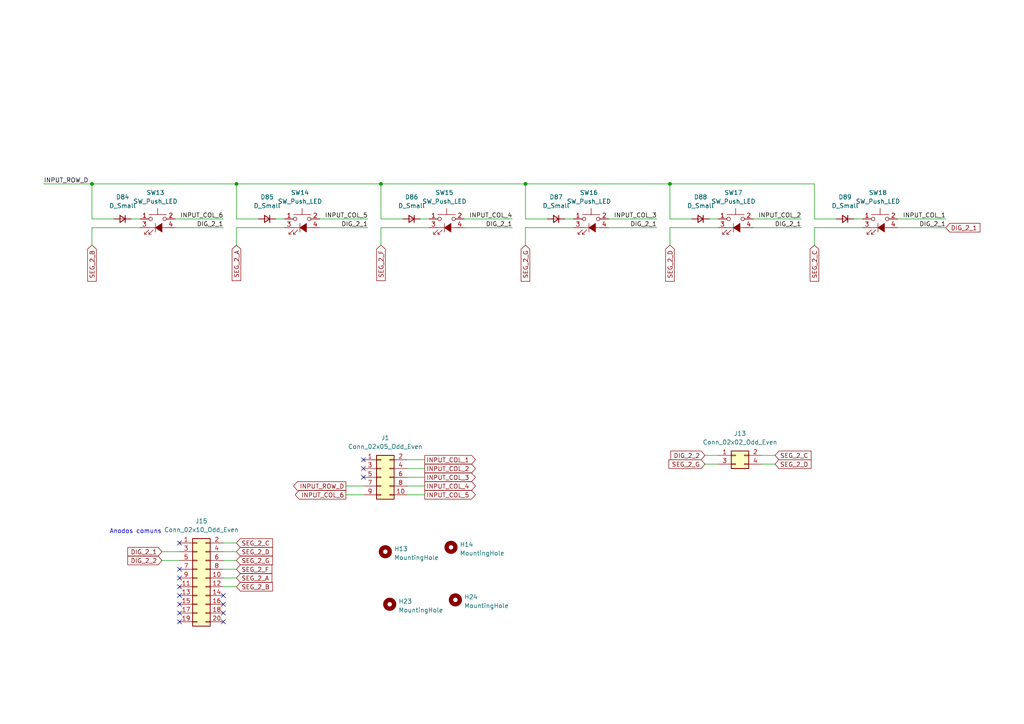
<source format=kicad_sch>
(kicad_sch (version 20211123) (generator eeschema)
  (paper "A4")
  (lib_symbols
    (symbol "Connector_Generic:Conn_02x02_Odd_Even" (pin_names (offset 1.016) hide)
      (property "Reference" "J" (at 1.27 2.54 0))
      (property "Value" "Conn_02x02_Odd_Even" (at 1.27 -5.08 0))
      (symbol "Conn_02x02_Odd_Even_1_1"
        (rectangle (start -1.27 -2.413) (end 0 -2.667) (stroke (width 0.1524)))
        (rectangle (start -1.27 0.127) (end 0 -0.127) (stroke (width 0.1524)))
        (rectangle (start -1.27 1.27) (end 3.81 -3.81) (stroke (width 0.254)) (fill (type background)))
        (rectangle (start 3.81 -2.413) (end 2.54 -2.667) (stroke (width 0.1524)))
        (rectangle (start 3.81 0.127) (end 2.54 -0.127) (stroke (width 0.1524)))
        (pin passive line (at -5.08 0 0) (length 3.81) (name "Pin_1") (number "1"))
        (pin passive line (at 7.62 0 180) (length 3.81) (name "Pin_2") (number "2"))
        (pin passive line (at -5.08 -2.54 0) (length 3.81) (name "Pin_3") (number "3"))
        (pin passive line (at 7.62 -2.54 180) (length 3.81) (name "Pin_4") (number "4"))
      )
    )
    (symbol "Connector_Generic:Conn_02x05_Odd_Even" (pin_names (offset 1.016) hide)
      (property "Reference" "J" (at 1.27 7.62 0))
      (property "Value" "Conn_02x05_Odd_Even" (at 1.27 -7.62 0))
      (symbol "Conn_02x05_Odd_Even_1_1"
        (rectangle (start -1.27 -4.953) (end 0 -5.207) (stroke (width 0.1524)))
        (rectangle (start -1.27 -2.413) (end 0 -2.667) (stroke (width 0.1524)))
        (rectangle (start -1.27 0.127) (end 0 -0.127) (stroke (width 0.1524)))
        (rectangle (start -1.27 2.667) (end 0 2.413) (stroke (width 0.1524)))
        (rectangle (start -1.27 5.207) (end 0 4.953) (stroke (width 0.1524)))
        (rectangle (start -1.27 6.35) (end 3.81 -6.35) (stroke (width 0.254)) (fill (type background)))
        (rectangle (start 3.81 -4.953) (end 2.54 -5.207) (stroke (width 0.1524)))
        (rectangle (start 3.81 -2.413) (end 2.54 -2.667) (stroke (width 0.1524)))
        (rectangle (start 3.81 0.127) (end 2.54 -0.127) (stroke (width 0.1524)))
        (rectangle (start 3.81 2.667) (end 2.54 2.413) (stroke (width 0.1524)))
        (rectangle (start 3.81 5.207) (end 2.54 4.953) (stroke (width 0.1524)))
        (pin passive line (at -5.08 5.08 0) (length 3.81) (name "Pin_1") (number "1"))
        (pin passive line (at 7.62 -5.08 180) (length 3.81) (name "Pin_10") (number "10"))
        (pin passive line (at 7.62 5.08 180) (length 3.81) (name "Pin_2") (number "2"))
        (pin passive line (at -5.08 2.54 0) (length 3.81) (name "Pin_3") (number "3"))
        (pin passive line (at 7.62 2.54 180) (length 3.81) (name "Pin_4") (number "4"))
        (pin passive line (at -5.08 0 0) (length 3.81) (name "Pin_5") (number "5"))
        (pin passive line (at 7.62 0 180) (length 3.81) (name "Pin_6") (number "6"))
        (pin passive line (at -5.08 -2.54 0) (length 3.81) (name "Pin_7") (number "7"))
        (pin passive line (at 7.62 -2.54 180) (length 3.81) (name "Pin_8") (number "8"))
        (pin passive line (at -5.08 -5.08 0) (length 3.81) (name "Pin_9") (number "9"))
      )
    )
    (symbol "Connector_Generic:Conn_02x10_Odd_Even" (pin_names (offset 1.016) hide)
      (property "Reference" "J" (at 1.27 12.7 0))
      (property "Value" "Conn_02x10_Odd_Even" (at 1.27 -15.24 0))
      (symbol "Conn_02x10_Odd_Even_1_1"
        (rectangle (start -1.27 -12.573) (end 0 -12.827) (stroke (width 0.1524)))
        (rectangle (start -1.27 -10.033) (end 0 -10.287) (stroke (width 0.1524)))
        (rectangle (start -1.27 -7.493) (end 0 -7.747) (stroke (width 0.1524)))
        (rectangle (start -1.27 -4.953) (end 0 -5.207) (stroke (width 0.1524)))
        (rectangle (start -1.27 -2.413) (end 0 -2.667) (stroke (width 0.1524)))
        (rectangle (start -1.27 0.127) (end 0 -0.127) (stroke (width 0.1524)))
        (rectangle (start -1.27 2.667) (end 0 2.413) (stroke (width 0.1524)))
        (rectangle (start -1.27 5.207) (end 0 4.953) (stroke (width 0.1524)))
        (rectangle (start -1.27 7.747) (end 0 7.493) (stroke (width 0.1524)))
        (rectangle (start -1.27 10.287) (end 0 10.033) (stroke (width 0.1524)))
        (rectangle (start -1.27 11.43) (end 3.81 -13.97) (stroke (width 0.254)) (fill (type background)))
        (rectangle (start 3.81 -12.573) (end 2.54 -12.827) (stroke (width 0.1524)))
        (rectangle (start 3.81 -10.033) (end 2.54 -10.287) (stroke (width 0.1524)))
        (rectangle (start 3.81 -7.493) (end 2.54 -7.747) (stroke (width 0.1524)))
        (rectangle (start 3.81 -4.953) (end 2.54 -5.207) (stroke (width 0.1524)))
        (rectangle (start 3.81 -2.413) (end 2.54 -2.667) (stroke (width 0.1524)))
        (rectangle (start 3.81 0.127) (end 2.54 -0.127) (stroke (width 0.1524)))
        (rectangle (start 3.81 2.667) (end 2.54 2.413) (stroke (width 0.1524)))
        (rectangle (start 3.81 5.207) (end 2.54 4.953) (stroke (width 0.1524)))
        (rectangle (start 3.81 7.747) (end 2.54 7.493) (stroke (width 0.1524)))
        (rectangle (start 3.81 10.287) (end 2.54 10.033) (stroke (width 0.1524)))
        (pin passive line (at -5.08 10.16 0) (length 3.81) (name "Pin_1") (number "1"))
        (pin passive line (at 7.62 0 180) (length 3.81) (name "Pin_10") (number "10"))
        (pin passive line (at -5.08 -2.54 0) (length 3.81) (name "Pin_11") (number "11"))
        (pin passive line (at 7.62 -2.54 180) (length 3.81) (name "Pin_12") (number "12"))
        (pin passive line (at -5.08 -5.08 0) (length 3.81) (name "Pin_13") (number "13"))
        (pin passive line (at 7.62 -5.08 180) (length 3.81) (name "Pin_14") (number "14"))
        (pin passive line (at -5.08 -7.62 0) (length 3.81) (name "Pin_15") (number "15"))
        (pin passive line (at 7.62 -7.62 180) (length 3.81) (name "Pin_16") (number "16"))
        (pin passive line (at -5.08 -10.16 0) (length 3.81) (name "Pin_17") (number "17"))
        (pin passive line (at 7.62 -10.16 180) (length 3.81) (name "Pin_18") (number "18"))
        (pin passive line (at -5.08 -12.7 0) (length 3.81) (name "Pin_19") (number "19"))
        (pin passive line (at 7.62 10.16 180) (length 3.81) (name "Pin_2") (number "2"))
        (pin passive line (at 7.62 -12.7 180) (length 3.81) (name "Pin_20") (number "20"))
        (pin passive line (at -5.08 7.62 0) (length 3.81) (name "Pin_3") (number "3"))
        (pin passive line (at 7.62 7.62 180) (length 3.81) (name "Pin_4") (number "4"))
        (pin passive line (at -5.08 5.08 0) (length 3.81) (name "Pin_5") (number "5"))
        (pin passive line (at 7.62 5.08 180) (length 3.81) (name "Pin_6") (number "6"))
        (pin passive line (at -5.08 2.54 0) (length 3.81) (name "Pin_7") (number "7"))
        (pin passive line (at 7.62 2.54 180) (length 3.81) (name "Pin_8") (number "8"))
        (pin passive line (at -5.08 0 0) (length 3.81) (name "Pin_9") (number "9"))
      )
    )
    (symbol "Device:D_Small" (pin_numbers hide) (pin_names (offset 0.254) hide)
      (property "Reference" "D" (at -1.27 2.032 0))
      (property "Value" "D_Small" (at -3.81 -2.032 0))
      (symbol "D_Small_0_1"
        (polyline (pts (xy -0.762 -1.016) (xy -0.762 1.016)) (stroke (width 0.254)))
        (polyline (pts (xy -0.762 0) (xy 0.762 0)))
        (polyline (pts (xy 0.762 -1.016) (xy -0.762 0) (xy 0.762 1.016) (xy 0.762 -1.016)) (stroke (width 0.254)))
      )
      (symbol "D_Small_1_1"
        (pin passive line (at -2.54 0 0) (length 1.778) (name "K") (number "1"))
        (pin passive line (at 2.54 0 180) (length 1.778) (name "A") (number "2"))
      )
    )
    (symbol "Mechanical:MountingHole" (pin_names (offset 1.016))
      (property "Reference" "H" (at 0 5.08 0))
      (property "Value" "MountingHole" (at 0 3.175 0))
      (symbol "MountingHole_0_1"
        (circle (center 0 0) (radius 1.27) (stroke (width 1.27)))
      )
    )
    (symbol "Switch:SW_Push_LED" (pin_names (offset 1.016) hide)
      (property "Reference" "SW" (at 0.635 5.715 0))
      (property "Value" "SW_Push_LED" (at 0 -3.175 0))
      (symbol "SW_Push_LED_0_0"
        (polyline (pts (xy -3.81 -1.905) (xy -2.54 -0.635)))
        (polyline (pts (xy -2.54 -1.905) (xy -1.27 -0.635)))
        (polyline (pts (xy -2.54 0) (xy 2.54 0)))
        (polyline (pts (xy -0.635 1.27) (xy -0.635 -1.27)))
        (polyline (pts (xy -3.81 -1.27) (xy -3.81 -1.905) (xy -3.175 -1.905)))
        (polyline (pts (xy -2.54 -1.27) (xy -2.54 -1.905) (xy -1.905 -1.905)))
        (polyline (pts (xy -0.635 0) (xy 1.27 1.27) (xy 1.27 -1.27) (xy -0.635 0)) (fill (type outline)))
      )
      (symbol "SW_Push_LED_0_1"
        (circle (center -2.032 2.54) (radius 0.508))
        (polyline (pts (xy 0 3.81) (xy 0 5.588)))
        (polyline (pts (xy 2.54 3.81) (xy -2.54 3.81)))
        (circle (center 2.032 2.54) (radius 0.508))
        (pin passive line (at -5.08 2.54 0) (length 2.54) (name "1") (number "1"))
        (pin passive line (at 5.08 2.54 180) (length 2.54) (name "2") (number "2"))
        (pin passive line (at -5.08 0 0) (length 2.54) (name "K") (number "3"))
        (pin passive line (at 5.08 0 180) (length 2.54) (name "A") (number "4"))
      )
    )
  )
  (junction (at 68.58 53.34))
  (junction (at 194.31 53.34))
  (junction (at 26.67 53.34))
  (junction (at 110.49 53.34))
  (junction (at 152.4 53.34))
  (no_connect (at 105.41 133.35))
  (no_connect (at 105.41 135.89))
  (no_connect (at 105.41 138.43))
  (no_connect (at 52.07 157.48))
  (no_connect (at 52.07 177.8))
  (no_connect (at 52.07 180.34))
  (no_connect (at 64.77 177.8))
  (no_connect (at 64.77 180.34))
  (no_connect (at 52.07 165.1))
  (no_connect (at 52.07 167.64))
  (no_connect (at 52.07 172.72))
  (no_connect (at 52.07 175.26))
  (no_connect (at 52.07 170.18))
  (no_connect (at 64.77 175.26))
  (no_connect (at 64.77 172.72))
  (wire (pts (xy 68.58 53.34) (xy 110.49 53.34)))
  (wire (pts (xy 68.58 66.04) (xy 82.55 66.04)))
  (wire (pts (xy 194.31 66.04) (xy 194.31 71.12)))
  (wire (pts (xy 110.49 53.34) (xy 152.4 53.34)))
  (wire (pts (xy 92.71 63.5) (xy 106.68 63.5)))
  (wire (pts (xy 176.53 66.04) (xy 190.5 66.04)))
  (wire (pts (xy 236.22 63.5) (xy 236.22 53.34)))
  (wire (pts (xy 152.4 53.34) (xy 194.31 53.34)))
  (wire (pts (xy 110.49 66.04) (xy 110.49 71.12)))
  (wire (pts (xy 242.57 63.5) (xy 236.22 63.5)))
  (wire (pts (xy 26.67 53.34) (xy 68.58 53.34)))
  (wire (pts (xy 74.93 63.5) (xy 68.58 63.5)))
  (wire (pts (xy 46.99 160.02) (xy 52.07 160.02)))
  (wire (pts (xy 176.53 63.5) (xy 190.5 63.5)))
  (wire (pts (xy 118.11 135.89) (xy 123.19 135.89)))
  (wire (pts (xy 26.67 66.04) (xy 40.64 66.04)))
  (wire (pts (xy 205.74 63.5) (xy 208.28 63.5)))
  (wire (pts (xy 52.07 162.56) (xy 46.99 162.56)))
  (wire (pts (xy 118.11 138.43) (xy 123.19 138.43)))
  (wire (pts (xy 158.75 63.5) (xy 152.4 63.5)))
  (wire (pts (xy 118.11 140.97) (xy 123.19 140.97)))
  (wire (pts (xy 64.77 162.56) (xy 68.58 162.56)))
  (wire (pts (xy 204.47 134.62) (xy 208.28 134.62)))
  (wire (pts (xy 116.84 63.5) (xy 110.49 63.5)))
  (wire (pts (xy 68.58 66.04) (xy 68.58 71.12)))
  (wire (pts (xy 220.98 134.62) (xy 224.79 134.62)))
  (wire (pts (xy 134.62 63.5) (xy 148.59 63.5)))
  (wire (pts (xy 204.47 132.08) (xy 208.28 132.08)))
  (wire (pts (xy 152.4 63.5) (xy 152.4 53.34)))
  (wire (pts (xy 260.35 63.5) (xy 274.32 63.5)))
  (wire (pts (xy 118.11 143.51) (xy 123.19 143.51)))
  (wire (pts (xy 100.33 140.97) (xy 105.41 140.97)))
  (wire (pts (xy 68.58 167.64) (xy 64.77 167.64)))
  (wire (pts (xy 38.1 63.5) (xy 40.64 63.5)))
  (wire (pts (xy 50.8 66.04) (xy 64.77 66.04)))
  (wire (pts (xy 220.98 132.08) (xy 224.79 132.08)))
  (wire (pts (xy 236.22 66.04) (xy 236.22 71.12)))
  (wire (pts (xy 26.67 63.5) (xy 26.67 53.34)))
  (wire (pts (xy 218.44 66.04) (xy 232.41 66.04)))
  (wire (pts (xy 194.31 66.04) (xy 208.28 66.04)))
  (wire (pts (xy 118.11 133.35) (xy 123.19 133.35)))
  (wire (pts (xy 33.02 63.5) (xy 26.67 63.5)))
  (wire (pts (xy 12.7 53.34) (xy 26.67 53.34)))
  (wire (pts (xy 247.65 63.5) (xy 250.19 63.5)))
  (wire (pts (xy 110.49 63.5) (xy 110.49 53.34)))
  (wire (pts (xy 68.58 160.02) (xy 64.77 160.02)))
  (wire (pts (xy 200.66 63.5) (xy 194.31 63.5)))
  (wire (pts (xy 134.62 66.04) (xy 148.59 66.04)))
  (wire (pts (xy 194.31 63.5) (xy 194.31 53.34)))
  (wire (pts (xy 68.58 63.5) (xy 68.58 53.34)))
  (wire (pts (xy 218.44 63.5) (xy 232.41 63.5)))
  (wire (pts (xy 64.77 170.18) (xy 68.58 170.18)))
  (wire (pts (xy 80.01 63.5) (xy 82.55 63.5)))
  (wire (pts (xy 152.4 66.04) (xy 166.37 66.04)))
  (wire (pts (xy 163.83 63.5) (xy 166.37 63.5)))
  (wire (pts (xy 64.77 157.48) (xy 68.58 157.48)))
  (wire (pts (xy 105.41 143.51) (xy 100.33 143.51)))
  (wire (pts (xy 26.67 66.04) (xy 26.67 71.12)))
  (wire (pts (xy 110.49 66.04) (xy 124.46 66.04)))
  (wire (pts (xy 64.77 165.1) (xy 68.58 165.1)))
  (wire (pts (xy 194.31 53.34) (xy 236.22 53.34)))
  (wire (pts (xy 236.22 66.04) (xy 250.19 66.04)))
  (wire (pts (xy 260.35 66.04) (xy 274.32 66.04)))
  (wire (pts (xy 50.8 63.5) (xy 64.77 63.5)))
  (wire (pts (xy 152.4 66.04) (xy 152.4 71.12)))
  (wire (pts (xy 92.71 66.04) (xy 106.68 66.04)))
  (wire (pts (xy 121.92 63.5) (xy 124.46 63.5)))
  (text "Anodos comuns" (at 31.75 154.94 0) (effects (font (size 1.27 1.27)) (justify left bottom)))
  (label "INPUT_COL_1" (at 274.32 63.5 180))
  (label "DIG_2_1" (at 274.32 66.04 180))
  (label "INPUT_COL_4" (at 148.59 63.5 180))
  (label "INPUT_COL_5" (at 106.68 63.5 180))
  (label "INPUT_COL_2" (at 232.41 63.5 180))
  (label "DIG_2_1" (at 64.77 66.04 180))
  (label "INPUT_ROW_D" (at 12.7 53.34 0))
  (label "INPUT_COL_6" (at 64.77 63.5 180))
  (label "DIG_2_1" (at 190.5 66.04 180))
  (label "DIG_2_1" (at 232.41 66.04 180))
  (label "INPUT_COL_3" (at 190.5 63.5 180))
  (label "DIG_2_1" (at 106.68 66.04 180))
  (label "DIG_2_1" (at 148.59 66.04 180))
  (global_label "SEG_2_G" (shape input) (at 204.47 134.62 180) (property "Intersheet References" "${INTERSHEET_REFS}" (effects hide)))
  (global_label "SEG_2_G" (shape input) (at 152.4 71.12 270) (property "Intersheet References" "${INTERSHEET_REFS}" (effects hide)))
  (global_label "INPUT_COL_4" (shape output) (at 123.19 140.97 0) (property "Intersheet References" "${INTERSHEET_REFS}" (effects hide)))
  (global_label "INPUT_COL_1" (shape output) (at 123.19 133.35 0) (property "Intersheet References" "${INTERSHEET_REFS}" (effects hide)))
  (global_label "SEG_2_C" (shape input) (at 236.22 71.12 270) (property "Intersheet References" "${INTERSHEET_REFS}" (effects hide)))
  (global_label "SEG_2_D" (shape input) (at 224.79 134.62 0) (property "Intersheet References" "${INTERSHEET_REFS}" (effects hide)))
  (global_label "SEG_2_B" (shape input) (at 68.58 170.18 0) (property "Intersheet References" "${INTERSHEET_REFS}" (effects hide)))
  (global_label "SEG_2_B" (shape input) (at 26.67 71.12 270) (property "Intersheet References" "${INTERSHEET_REFS}" (effects hide)))
  (global_label "INPUT_COL_6" (shape output) (at 100.33 143.51 180) (property "Intersheet References" "${INTERSHEET_REFS}" (effects hide)))
  (global_label "SEG_2_F" (shape input) (at 110.49 71.12 270) (property "Intersheet References" "${INTERSHEET_REFS}" (effects hide)))
  (global_label "INPUT_COL_5" (shape output) (at 123.19 143.51 0) (property "Intersheet References" "${INTERSHEET_REFS}" (effects hide)))
  (global_label "DIG_2_2" (shape input) (at 46.99 162.56 180) (property "Intersheet References" "${INTERSHEET_REFS}" (effects hide)))
  (global_label "SEG_2_C" (shape input) (at 68.58 157.48 0) (property "Intersheet References" "${INTERSHEET_REFS}" (effects hide)))
  (global_label "SEG_2_A" (shape input) (at 68.58 71.12 270) (property "Intersheet References" "${INTERSHEET_REFS}" (effects hide)))
  (global_label "DIG_2_1" (shape input) (at 46.99 160.02 180) (property "Intersheet References" "${INTERSHEET_REFS}" (effects hide)))
  (global_label "DIG_2_2" (shape input) (at 204.47 132.08 180) (property "Intersheet References" "${INTERSHEET_REFS}" (effects hide)))
  (global_label "DIG_2_1" (shape input) (at 274.32 66.04 0) (property "Intersheet References" "${INTERSHEET_REFS}" (effects hide)))
  (global_label "INPUT_ROW_D" (shape output) (at 100.33 140.97 180) (property "Intersheet References" "${INTERSHEET_REFS}" (effects hide)))
  (global_label "SEG_2_D" (shape input) (at 68.58 160.02 0) (property "Intersheet References" "${INTERSHEET_REFS}" (effects hide)))
  (global_label "INPUT_COL_3" (shape output) (at 123.19 138.43 0) (property "Intersheet References" "${INTERSHEET_REFS}" (effects hide)))
  (global_label "SEG_2_G" (shape input) (at 68.58 162.56 0) (property "Intersheet References" "${INTERSHEET_REFS}" (effects hide)))
  (global_label "SEG_2_F" (shape input) (at 68.58 165.1 0) (property "Intersheet References" "${INTERSHEET_REFS}" (effects hide)))
  (global_label "SEG_2_A" (shape input) (at 68.58 167.64 0) (property "Intersheet References" "${INTERSHEET_REFS}" (effects hide)))
  (global_label "SEG_2_C" (shape input) (at 224.79 132.08 0) (property "Intersheet References" "${INTERSHEET_REFS}" (effects hide)))
  (global_label "INPUT_COL_2" (shape output) (at 123.19 135.89 0) (property "Intersheet References" "${INTERSHEET_REFS}" (effects hide)))
  (global_label "SEG_2_D" (shape input) (at 194.31 71.12 270) (property "Intersheet References" "${INTERSHEET_REFS}" (effects hide)))
  (symbol (lib_id "Switch:SW_Push_LED") (at 171.45 66.04 0) (unit 1)
    (property "Reference" "SW16" (at 170.815 55.88 0))
    (property "Value" "SW_Push_LED" (at 170.815 58.42 0))
    (property "Footprint" "Fiozera:R16-503" (effects hide))
  )
  (symbol (lib_id "Switch:SW_Push_LED") (at 255.27 66.04 0) (unit 1)
    (property "Reference" "SW18" (at 254.635 55.88 0))
    (property "Value" "SW_Push_LED" (at 254.635 58.42 0))
    (property "Footprint" "Fiozera:R16-503" (effects hide))
  )
  (symbol (lib_id "Mechanical:MountingHole") (at 132.08 173.99 0) (unit 1)
    (property "Reference" "H24" (at 134.62 173.1553 0) (effects (justify left)))
    (property "Value" "MountingHole" (at 134.62 175.6922 0) (effects (justify left)))
    (property "Footprint" "MountingHole:MountingHole_3.2mm_M3" (effects hide))
  )
  (symbol (lib_id "Connector_Generic:Conn_02x10_Odd_Even") (at 57.15 167.64 0) (unit 1)
    (property "Reference" "J15" (at 58.42 151.13 0))
    (property "Value" "Conn_02x10_Odd_Even" (at 58.42 153.67 0))
    (property "Footprint" "Connector_PinHeader_2.54mm:PinHeader_2x10_P2.54mm_Vertical" (effects hide))
  )
  (symbol (lib_id "Mechanical:MountingHole") (at 113.03 175.26 0) (unit 1)
    (property "Reference" "H23" (at 115.57 174.4253 0) (effects (justify left)))
    (property "Value" "MountingHole" (at 115.57 176.9622 0) (effects (justify left)))
    (property "Footprint" "MountingHole:MountingHole_3.2mm_M3" (effects hide))
  )
  (symbol (lib_id "Device:D_Small") (at 245.11 63.5 180) (unit 1)
    (property "Reference" "D89" (at 245.11 57.15 0))
    (property "Value" "D_Small" (at 245.11 59.69 0))
    (property "Footprint" "Diode_THT:D_DO-35_SOD27_P7.62mm_Horizontal" (effects hide))
  )
  (symbol (lib_id "Device:D_Small") (at 203.2 63.5 180) (unit 1)
    (property "Reference" "D88" (at 203.2 57.15 0))
    (property "Value" "D_Small" (at 203.2 59.69 0))
    (property "Footprint" "Diode_THT:D_DO-35_SOD27_P7.62mm_Horizontal" (effects hide))
  )
  (symbol (lib_id "Mechanical:MountingHole") (at 130.81 158.75 0) (unit 1)
    (property "Reference" "H14" (at 133.35 157.9153 0) (effects (justify left)))
    (property "Value" "MountingHole" (at 133.35 160.4522 0) (effects (justify left)))
    (property "Footprint" "MountingHole:MountingHole_3.2mm_M3" (effects hide))
  )
  (symbol (lib_id "Device:D_Small") (at 35.56 63.5 180) (unit 1)
    (property "Reference" "D84" (at 35.56 57.15 0))
    (property "Value" "D_Small" (at 35.56 59.69 0))
    (property "Footprint" "Diode_THT:D_DO-35_SOD27_P7.62mm_Horizontal" (effects hide))
  )
  (symbol (lib_id "Switch:SW_Push_LED") (at 213.36 66.04 0) (unit 1)
    (property "Reference" "SW17" (at 212.725 55.88 0))
    (property "Value" "SW_Push_LED" (at 212.725 58.42 0))
    (property "Footprint" "Fiozera:R16-503" (effects hide))
  )
  (symbol (lib_id "Mechanical:MountingHole") (at 111.76 160.02 0) (unit 1)
    (property "Reference" "H13" (at 114.3 159.1853 0) (effects (justify left)))
    (property "Value" "MountingHole" (at 114.3 161.7222 0) (effects (justify left)))
    (property "Footprint" "MountingHole:MountingHole_3.2mm_M3" (effects hide))
  )
  (symbol (lib_id "Switch:SW_Push_LED") (at 129.54 66.04 0) (unit 1)
    (property "Reference" "SW15" (at 128.905 55.88 0))
    (property "Value" "SW_Push_LED" (at 128.905 58.42 0))
    (property "Footprint" "Fiozera:R16-503" (effects hide))
  )
  (symbol (lib_id "Device:D_Small") (at 161.29 63.5 180) (unit 1)
    (property "Reference" "D87" (at 161.29 57.15 0))
    (property "Value" "D_Small" (at 161.29 59.69 0))
    (property "Footprint" "Diode_THT:D_DO-35_SOD27_P7.62mm_Horizontal" (effects hide))
  )
  (symbol (lib_id "Device:D_Small") (at 119.38 63.5 180) (unit 1)
    (property "Reference" "D86" (at 119.38 57.15 0))
    (property "Value" "D_Small" (at 119.38 59.69 0))
    (property "Footprint" "Diode_THT:D_DO-35_SOD27_P7.62mm_Horizontal" (effects hide))
  )
  (symbol (lib_id "Connector_Generic:Conn_02x05_Odd_Even") (at 110.49 138.43 0) (unit 1)
    (property "Reference" "J1" (at 111.76 127 0))
    (property "Value" "Conn_02x05_Odd_Even" (at 111.76 129.54 0))
    (property "Footprint" "Connector_PinHeader_2.54mm:PinHeader_2x05_P2.54mm_Vertical" (effects hide))
  )
  (symbol (lib_id "Device:D_Small") (at 77.47 63.5 180) (unit 1)
    (property "Reference" "D85" (at 77.47 57.15 0))
    (property "Value" "D_Small" (at 77.47 59.69 0))
    (property "Footprint" "Diode_THT:D_DO-35_SOD27_P7.62mm_Horizontal" (effects hide))
  )
  (symbol (lib_id "Switch:SW_Push_LED") (at 45.72 66.04 0) (unit 1)
    (property "Reference" "SW13" (at 45.085 55.88 0))
    (property "Value" "SW_Push_LED" (at 45.085 58.42 0))
    (property "Footprint" "Fiozera:R16-503" (effects hide))
  )
  (symbol (lib_id "Connector_Generic:Conn_02x02_Odd_Even") (at 213.36 132.08 0) (unit 1)
    (property "Reference" "J13" (at 214.63 125.73 0))
    (property "Value" "Conn_02x02_Odd_Even" (at 214.63 128.27 0))
    (property "Footprint" "Connector_PinHeader_2.54mm:PinHeader_2x02_P2.54mm_Vertical" (effects hide))
  )
  (symbol (lib_id "Switch:SW_Push_LED") (at 87.63 66.04 0) (unit 1)
    (property "Reference" "SW14" (at 86.995 55.88 0))
    (property "Value" "SW_Push_LED" (at 86.995 58.42 0))
    (property "Footprint" "Fiozera:R16-503" (effects hide))
  )
)
</source>
